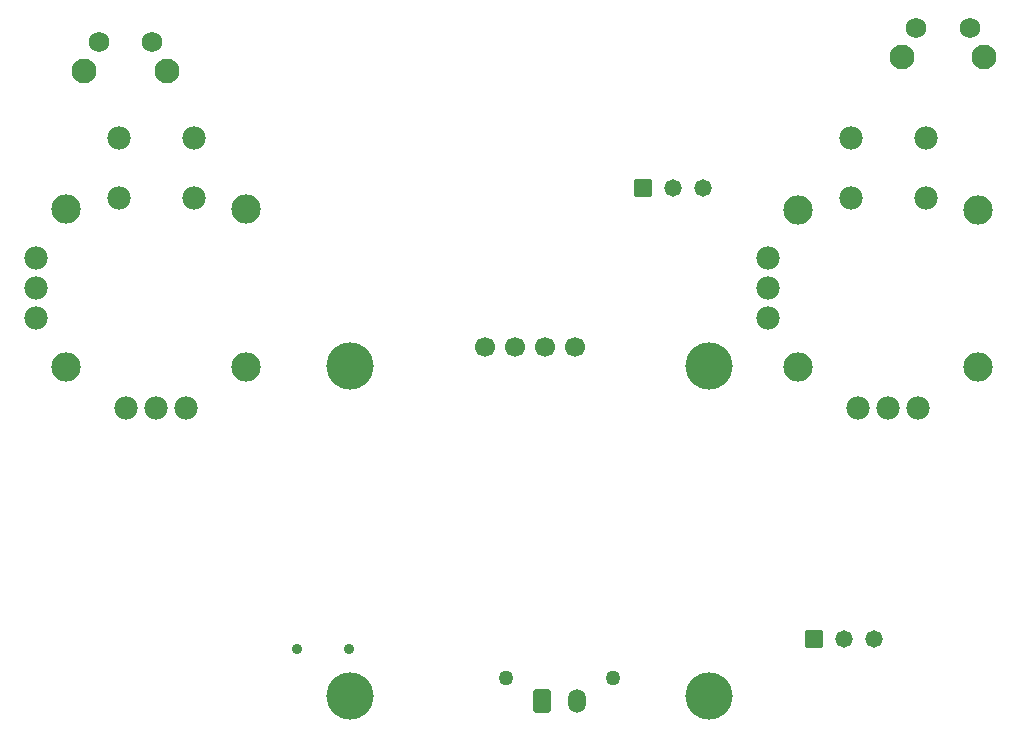
<source format=gbr>
%TF.GenerationSoftware,KiCad,Pcbnew,9.0.1*%
%TF.CreationDate,2025-10-05T16:26:19+02:00*%
%TF.ProjectId,RcSender,52635365-6e64-4657-922e-6b696361645f,rev?*%
%TF.SameCoordinates,Original*%
%TF.FileFunction,Soldermask,Bot*%
%TF.FilePolarity,Negative*%
%FSLAX46Y46*%
G04 Gerber Fmt 4.6, Leading zero omitted, Abs format (unit mm)*
G04 Created by KiCad (PCBNEW 9.0.1) date 2025-10-05 16:26:19*
%MOMM*%
%LPD*%
G01*
G04 APERTURE LIST*
G04 Aperture macros list*
%AMRoundRect*
0 Rectangle with rounded corners*
0 $1 Rounding radius*
0 $2 $3 $4 $5 $6 $7 $8 $9 X,Y pos of 4 corners*
0 Add a 4 corners polygon primitive as box body*
4,1,4,$2,$3,$4,$5,$6,$7,$8,$9,$2,$3,0*
0 Add four circle primitives for the rounded corners*
1,1,$1+$1,$2,$3*
1,1,$1+$1,$4,$5*
1,1,$1+$1,$6,$7*
1,1,$1+$1,$8,$9*
0 Add four rect primitives between the rounded corners*
20,1,$1+$1,$2,$3,$4,$5,0*
20,1,$1+$1,$4,$5,$6,$7,0*
20,1,$1+$1,$6,$7,$8,$9,0*
20,1,$1+$1,$8,$9,$2,$3,0*%
G04 Aperture macros list end*
%ADD10RoundRect,0.102000X-0.634000X-0.634000X0.634000X-0.634000X0.634000X0.634000X-0.634000X0.634000X0*%
%ADD11C,1.472000*%
%ADD12C,1.700000*%
%ADD13C,4.000000*%
%ADD14C,2.100000*%
%ADD15C,1.750000*%
%ADD16C,1.270000*%
%ADD17RoundRect,0.250001X-0.499999X-0.759999X0.499999X-0.759999X0.499999X0.759999X-0.499999X0.759999X0*%
%ADD18O,1.500000X2.020000*%
%ADD19C,1.982000*%
%ADD20C,2.490000*%
%ADD21C,0.900000*%
G04 APERTURE END LIST*
D10*
%TO.C,POT1*%
X101020000Y-134700000D03*
D11*
X103560000Y-134700000D03*
X106100000Y-134700000D03*
%TD*%
D12*
%TO.C,U8*%
X73200000Y-110000000D03*
X75740000Y-110000000D03*
X78280000Y-110000000D03*
X80820000Y-110000000D03*
D13*
X61740000Y-111540000D03*
X61740000Y-139500000D03*
X92200000Y-111540000D03*
X92200000Y-139500000D03*
%TD*%
D14*
%TO.C,SW1*%
X39275000Y-86602500D03*
X46285000Y-86602500D03*
D15*
X40525000Y-84112500D03*
X45025000Y-84112500D03*
%TD*%
D16*
%TO.C,J2*%
X75000000Y-138000000D03*
X84000000Y-138000000D03*
D17*
X78000000Y-139960000D03*
D18*
X81000000Y-139960000D03*
%TD*%
D19*
%TO.C,U5*%
X42175000Y-92281281D03*
X48525000Y-92281281D03*
X42175000Y-97361281D03*
X48525000Y-97361281D03*
X42810000Y-115141281D03*
X45350000Y-115141281D03*
X47890000Y-115141281D03*
D20*
X37730000Y-98313781D03*
X37730000Y-111648781D03*
X52970000Y-111648781D03*
X52970000Y-98313781D03*
D19*
X35190000Y-102441281D03*
X35190000Y-104981281D03*
X35190000Y-107521281D03*
%TD*%
%TO.C,U6*%
X104185000Y-92300000D03*
X110535000Y-92300000D03*
X104185000Y-97380000D03*
X110535000Y-97380000D03*
X104820000Y-115160000D03*
X107360000Y-115160000D03*
X109900000Y-115160000D03*
D20*
X99740000Y-98332500D03*
X99740000Y-111667500D03*
X114980000Y-111667500D03*
X114980000Y-98332500D03*
D19*
X97200000Y-102460000D03*
X97200000Y-105000000D03*
X97200000Y-107540000D03*
%TD*%
D14*
%TO.C,SW2*%
X108475000Y-85452500D03*
X115485000Y-85452500D03*
D15*
X109725000Y-82962500D03*
X114225000Y-82962500D03*
%TD*%
D10*
%TO.C,POT2*%
X86620000Y-96500000D03*
D11*
X89160000Y-96500000D03*
X91700000Y-96500000D03*
%TD*%
D21*
%TO.C,J1*%
X57300000Y-135575000D03*
X61700000Y-135575000D03*
%TD*%
M02*

</source>
